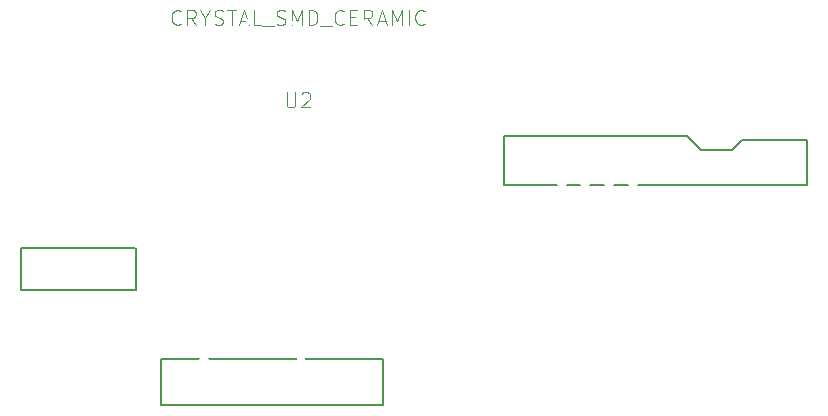
<source format=gbo>
G04 #@! TF.FileFunction,Legend,Bot*
%FSLAX46Y46*%
G04 Gerber Fmt 4.6, Leading zero omitted, Abs format (unit mm)*
G04 Created by KiCad (PCBNEW 4.0.2+e4-6225~38~ubuntu14.04.1-stable) date Do 30 Jun 2016 13:04:45 CEST*
%MOMM*%
G01*
G04 APERTURE LIST*
%ADD10C,0.150000*%
%ADD11C,0.200000*%
%ADD12C,0.088900*%
%ADD13O,1.506220X3.014980*%
%ADD14R,1.727200X1.727200*%
%ADD15O,1.727200X1.727200*%
%ADD16R,1.050000X1.050000*%
%ADD17C,1.050000*%
%ADD18C,6.000000*%
%ADD19C,0.889000*%
%ADD20C,0.600000*%
%ADD21C,2.000000*%
G04 APERTURE END LIST*
D10*
D11*
X44395200Y-39269200D02*
X44395200Y-40132800D01*
X59889200Y-39269200D02*
X44395200Y-39269200D01*
X61057600Y-40437600D02*
X59889200Y-39269200D01*
X61870400Y-40437600D02*
X61057600Y-40437600D01*
X63648400Y-40437600D02*
X61921200Y-40437600D01*
X64512000Y-39574000D02*
X63648400Y-40437600D01*
X69998400Y-39574000D02*
X64512000Y-39574000D01*
X69998400Y-43384000D02*
X69998400Y-39574000D01*
X44395200Y-43384000D02*
X69998400Y-43384000D01*
X44395200Y-39472400D02*
X44395200Y-43384000D01*
X3450400Y-52324800D02*
X3450400Y-52020000D01*
X13204000Y-52324800D02*
X3450400Y-52324800D01*
X13204000Y-48718000D02*
X13204000Y-52324800D01*
X15286800Y-58166800D02*
X15286800Y-58674800D01*
X34082800Y-58166800D02*
X15286800Y-58166800D01*
X34082800Y-62027600D02*
X34082800Y-58166800D01*
X15286800Y-62027600D02*
X34082800Y-62027600D01*
X15286800Y-61672000D02*
X15286800Y-62027600D01*
X15286800Y-58420800D02*
X15286800Y-61672000D01*
X3450400Y-48718000D02*
X3450400Y-52223200D01*
X13153200Y-48718000D02*
X3450400Y-48718000D01*
D12*
X25952381Y-35576524D02*
X25952381Y-36604619D01*
X26012857Y-36725571D01*
X26073333Y-36786048D01*
X26194286Y-36846524D01*
X26436190Y-36846524D01*
X26557143Y-36786048D01*
X26617619Y-36725571D01*
X26678095Y-36604619D01*
X26678095Y-35576524D01*
X27222381Y-35697476D02*
X27282857Y-35637000D01*
X27403809Y-35576524D01*
X27706190Y-35576524D01*
X27827143Y-35637000D01*
X27887619Y-35697476D01*
X27948095Y-35818429D01*
X27948095Y-35939381D01*
X27887619Y-36120810D01*
X27161905Y-36846524D01*
X27948095Y-36846524D01*
X17001905Y-29740571D02*
X16941429Y-29801048D01*
X16760000Y-29861524D01*
X16639048Y-29861524D01*
X16457620Y-29801048D01*
X16336667Y-29680095D01*
X16276191Y-29559143D01*
X16215715Y-29317238D01*
X16215715Y-29135810D01*
X16276191Y-28893905D01*
X16336667Y-28772952D01*
X16457620Y-28652000D01*
X16639048Y-28591524D01*
X16760000Y-28591524D01*
X16941429Y-28652000D01*
X17001905Y-28712476D01*
X18271905Y-29861524D02*
X17848572Y-29256762D01*
X17546191Y-29861524D02*
X17546191Y-28591524D01*
X18030000Y-28591524D01*
X18150953Y-28652000D01*
X18211429Y-28712476D01*
X18271905Y-28833429D01*
X18271905Y-29014857D01*
X18211429Y-29135810D01*
X18150953Y-29196286D01*
X18030000Y-29256762D01*
X17546191Y-29256762D01*
X19058096Y-29256762D02*
X19058096Y-29861524D01*
X18634762Y-28591524D02*
X19058096Y-29256762D01*
X19481429Y-28591524D01*
X19844286Y-29801048D02*
X20025714Y-29861524D01*
X20328095Y-29861524D01*
X20449048Y-29801048D01*
X20509524Y-29740571D01*
X20570000Y-29619619D01*
X20570000Y-29498667D01*
X20509524Y-29377714D01*
X20449048Y-29317238D01*
X20328095Y-29256762D01*
X20086191Y-29196286D01*
X19965238Y-29135810D01*
X19904762Y-29075333D01*
X19844286Y-28954381D01*
X19844286Y-28833429D01*
X19904762Y-28712476D01*
X19965238Y-28652000D01*
X20086191Y-28591524D01*
X20388571Y-28591524D01*
X20570000Y-28652000D01*
X20932857Y-28591524D02*
X21658572Y-28591524D01*
X21295715Y-29861524D02*
X21295715Y-28591524D01*
X22021429Y-29498667D02*
X22626191Y-29498667D01*
X21900476Y-29861524D02*
X22323810Y-28591524D01*
X22747143Y-29861524D01*
X23775238Y-29861524D02*
X23170476Y-29861524D01*
X23170476Y-28591524D01*
X23896190Y-29982476D02*
X24863809Y-29982476D01*
X25105714Y-29801048D02*
X25287142Y-29861524D01*
X25589523Y-29861524D01*
X25710476Y-29801048D01*
X25770952Y-29740571D01*
X25831428Y-29619619D01*
X25831428Y-29498667D01*
X25770952Y-29377714D01*
X25710476Y-29317238D01*
X25589523Y-29256762D01*
X25347619Y-29196286D01*
X25226666Y-29135810D01*
X25166190Y-29075333D01*
X25105714Y-28954381D01*
X25105714Y-28833429D01*
X25166190Y-28712476D01*
X25226666Y-28652000D01*
X25347619Y-28591524D01*
X25649999Y-28591524D01*
X25831428Y-28652000D01*
X26375714Y-29861524D02*
X26375714Y-28591524D01*
X26799047Y-29498667D01*
X27222381Y-28591524D01*
X27222381Y-29861524D01*
X27827143Y-29861524D02*
X27827143Y-28591524D01*
X28129524Y-28591524D01*
X28310952Y-28652000D01*
X28431905Y-28772952D01*
X28492381Y-28893905D01*
X28552857Y-29135810D01*
X28552857Y-29317238D01*
X28492381Y-29559143D01*
X28431905Y-29680095D01*
X28310952Y-29801048D01*
X28129524Y-29861524D01*
X27827143Y-29861524D01*
X28794762Y-29982476D02*
X29762381Y-29982476D01*
X30790476Y-29740571D02*
X30730000Y-29801048D01*
X30548571Y-29861524D01*
X30427619Y-29861524D01*
X30246191Y-29801048D01*
X30125238Y-29680095D01*
X30064762Y-29559143D01*
X30004286Y-29317238D01*
X30004286Y-29135810D01*
X30064762Y-28893905D01*
X30125238Y-28772952D01*
X30246191Y-28652000D01*
X30427619Y-28591524D01*
X30548571Y-28591524D01*
X30730000Y-28652000D01*
X30790476Y-28712476D01*
X31334762Y-29196286D02*
X31758095Y-29196286D01*
X31939524Y-29861524D02*
X31334762Y-29861524D01*
X31334762Y-28591524D01*
X31939524Y-28591524D01*
X33209524Y-29861524D02*
X32786191Y-29256762D01*
X32483810Y-29861524D02*
X32483810Y-28591524D01*
X32967619Y-28591524D01*
X33088572Y-28652000D01*
X33149048Y-28712476D01*
X33209524Y-28833429D01*
X33209524Y-29014857D01*
X33149048Y-29135810D01*
X33088572Y-29196286D01*
X32967619Y-29256762D01*
X32483810Y-29256762D01*
X33693334Y-29498667D02*
X34298096Y-29498667D01*
X33572381Y-29861524D02*
X33995715Y-28591524D01*
X34419048Y-29861524D01*
X34842381Y-29861524D02*
X34842381Y-28591524D01*
X35265714Y-29498667D01*
X35689048Y-28591524D01*
X35689048Y-29861524D01*
X36293810Y-29861524D02*
X36293810Y-28591524D01*
X37624286Y-29740571D02*
X37563810Y-29801048D01*
X37382381Y-29861524D01*
X37261429Y-29861524D01*
X37080001Y-29801048D01*
X36959048Y-29680095D01*
X36898572Y-29559143D01*
X36838096Y-29317238D01*
X36838096Y-29135810D01*
X36898572Y-28893905D01*
X36959048Y-28772952D01*
X37080001Y-28652000D01*
X37261429Y-28591524D01*
X37382381Y-28591524D01*
X37563810Y-28652000D01*
X37624286Y-28712476D01*
%LPC*%
D13*
X4695000Y-72340000D03*
X7235000Y-72340000D03*
X9775000Y-72340000D03*
X12315000Y-72340000D03*
X27555000Y-72340000D03*
X25015000Y-72340000D03*
X22475000Y-72340000D03*
X19935000Y-72340000D03*
X17395000Y-72340000D03*
X14855000Y-72340000D03*
D14*
X55749000Y-91009000D03*
D15*
X55749000Y-93549000D03*
X53209000Y-91009000D03*
X53209000Y-93549000D03*
X50669000Y-91009000D03*
X50669000Y-93549000D03*
X48129000Y-91009000D03*
X48129000Y-93549000D03*
X45589000Y-91009000D03*
X45589000Y-93549000D03*
X43049000Y-91009000D03*
X43049000Y-93549000D03*
X40509000Y-91009000D03*
X40509000Y-93549000D03*
X37969000Y-91009000D03*
X37969000Y-93549000D03*
X35429000Y-91009000D03*
X35429000Y-93549000D03*
X32889000Y-91009000D03*
X32889000Y-93549000D03*
D16*
X41200000Y-44049720D03*
D17*
X41200000Y-42779720D03*
X41200000Y-41509720D03*
X41200000Y-40239720D03*
X41200000Y-38969720D03*
X39930000Y-42779720D03*
X39930000Y-41509720D03*
X39930000Y-40239720D03*
X39930000Y-38969720D03*
X39930000Y-44049720D03*
D13*
X19757200Y-6909600D03*
X17217200Y-6909600D03*
X14677200Y-6909600D03*
X12137200Y-6909600D03*
X42160000Y-6935000D03*
X39620000Y-6935000D03*
X37080000Y-6935000D03*
X33905000Y-6935000D03*
X31365000Y-6935000D03*
X28825000Y-6935000D03*
X4695000Y-86310000D03*
X7235000Y-86310000D03*
X9775000Y-86310000D03*
X12315000Y-86310000D03*
X27555000Y-86310000D03*
X25015000Y-86310000D03*
X22475000Y-86310000D03*
X19935000Y-86310000D03*
X17395000Y-86310000D03*
X14855000Y-86310000D03*
X25650000Y-6935000D03*
X23110000Y-6935000D03*
X62480000Y-77420000D03*
X65020000Y-77420000D03*
X67560000Y-77420000D03*
X70100000Y-77420000D03*
X85340000Y-77420000D03*
X82800000Y-77420000D03*
X80260000Y-77420000D03*
X77720000Y-77420000D03*
X75180000Y-77420000D03*
X72640000Y-77420000D03*
X68830000Y-16460000D03*
X71370000Y-16460000D03*
X73910000Y-16460000D03*
X76450000Y-16460000D03*
X91690000Y-16460000D03*
X89150000Y-16460000D03*
X86610000Y-16460000D03*
X84070000Y-16460000D03*
X81530000Y-16460000D03*
X78990000Y-16460000D03*
X62480000Y-91390000D03*
X65020000Y-91390000D03*
X67560000Y-91390000D03*
X70100000Y-91390000D03*
X85340000Y-91390000D03*
X82800000Y-91390000D03*
X80260000Y-91390000D03*
X77720000Y-91390000D03*
X75180000Y-91390000D03*
X72640000Y-91390000D03*
X68830000Y-25350000D03*
X71370000Y-25350000D03*
X73910000Y-25350000D03*
X76450000Y-25350000D03*
X91690000Y-25350000D03*
X89150000Y-25350000D03*
X86610000Y-25350000D03*
X84070000Y-25350000D03*
X81530000Y-25350000D03*
X78990000Y-25350000D03*
X58035000Y-6935000D03*
X55495000Y-6935000D03*
X52955000Y-6935000D03*
X50415000Y-6935000D03*
X47875000Y-6935000D03*
X45335000Y-6935000D03*
X73275000Y-6935000D03*
X70735000Y-6935000D03*
X68195000Y-6935000D03*
X65655000Y-6935000D03*
X63115000Y-6935000D03*
X60575000Y-6935000D03*
D18*
X93250000Y-93750000D03*
X6250000Y-6250000D03*
X93250000Y-6250000D03*
X6250000Y-93750000D03*
D19*
X37334000Y-33986000D03*
X46478000Y-21794000D03*
X36826000Y-21286000D03*
X35810000Y-61926000D03*
X42750000Y-79749720D03*
X38250000Y-79749720D03*
X38750000Y-84749720D03*
X45750000Y-85749720D03*
X49250000Y-85749720D03*
X49250000Y-80249720D03*
X45750000Y-75749720D03*
X42750000Y-75749720D03*
X42750000Y-73749720D03*
X45750000Y-73749720D03*
X45750000Y-71749720D03*
X42750000Y-71749720D03*
X42750000Y-69749720D03*
X45750000Y-69749720D03*
X45750000Y-67749720D03*
X42750000Y-67749720D03*
X26250000Y-97249720D03*
X57200000Y-87249720D03*
X69350000Y-12049720D03*
X88050000Y-21049720D03*
X43750000Y-38249720D03*
X4250000Y-32249720D03*
X2750000Y-32249720D03*
X46000000Y-48149720D03*
X34050000Y-36999720D03*
X37080000Y-45080720D03*
X36445000Y-42286720D03*
X1250000Y-32249720D03*
X51250000Y-40249720D03*
X49250000Y-40249720D03*
X49250000Y-41749720D03*
X51250000Y-41749720D03*
X50750000Y-44749720D03*
X49250000Y-43249720D03*
X51250000Y-43249720D03*
X55750000Y-44749720D03*
X55250000Y-43249720D03*
X53250000Y-43249720D03*
X84750000Y-59249720D03*
X82750000Y-59249720D03*
X80250000Y-59249720D03*
X78250000Y-59249720D03*
X76250000Y-59249720D03*
X74250000Y-59249720D03*
X72250000Y-59249720D03*
X70250000Y-59249720D03*
X68250000Y-59249720D03*
X66250000Y-59249720D03*
X64250000Y-59249720D03*
X62250000Y-59249720D03*
X60250000Y-59249720D03*
X58250000Y-59249720D03*
X56250000Y-59249720D03*
X54750000Y-58249720D03*
X57750000Y-75749720D03*
X59250000Y-68249720D03*
X60750000Y-62749720D03*
X89250000Y-72249720D03*
X87750000Y-72249720D03*
X86250000Y-72249720D03*
X88388000Y-63323000D03*
X88388000Y-62053000D03*
X88388000Y-60656000D03*
X88261000Y-50750000D03*
X88261000Y-48972000D03*
X88261000Y-47194000D03*
X88261000Y-45670000D03*
X89150000Y-30938000D03*
X87880000Y-30938000D03*
X87880000Y-29414000D03*
X89150000Y-29414000D03*
X84750000Y-72249720D03*
X32571500Y-56193220D03*
X51431000Y-58923720D03*
X49907000Y-60955720D03*
X46668500Y-66861220D03*
X43684000Y-63495720D03*
X37143500Y-63178220D03*
X41715500Y-60066720D03*
X38477000Y-61019220D03*
X70700000Y-65549720D03*
X30550000Y-51249720D03*
X29650000Y-86449720D03*
X31301500Y-83198500D03*
X20450000Y-43249720D03*
X22475000Y-67940720D03*
X19250000Y-41049720D03*
X28250000Y-67849720D03*
X8050000Y-40649720D03*
X13966000Y-33650720D03*
X7108000Y-61717720D03*
X7362000Y-59939720D03*
X5584000Y-77719720D03*
X18919000Y-58288720D03*
D20*
X20062000Y-45543000D03*
X18665000Y-30094720D03*
X42160000Y-27935720D03*
D19*
X33397000Y-24125720D03*
X31873000Y-24125720D03*
D20*
X67650000Y-31849720D03*
X67650000Y-33049720D03*
X25650000Y-41149720D03*
D19*
X18250000Y-10749720D03*
X18250000Y-12249720D03*
X18250000Y-13749720D03*
X19750000Y-13749720D03*
X19750000Y-12249720D03*
X19750000Y-10749720D03*
X10250000Y-14249720D03*
X8750000Y-14249720D03*
X7250000Y-14249720D03*
X5750000Y-14249720D03*
X12250000Y-17249720D03*
X12250000Y-18749720D03*
X16250000Y-20749720D03*
X12250000Y-20749720D03*
X31428500Y-13285000D03*
X27491500Y-76975500D03*
X37080000Y-27826500D03*
X50034000Y-18174500D03*
X49145000Y-21540000D03*
X73021000Y-44463500D03*
X82482500Y-44590500D03*
X82419000Y-43384000D03*
X84387500Y-42431500D03*
X85086000Y-43320500D03*
X85086000Y-44908000D03*
X85086000Y-46114500D03*
X84959000Y-47321000D03*
X66607500Y-44527000D03*
X65147000Y-44019000D03*
X66036000Y-42304500D03*
X71370000Y-44781000D03*
X71179500Y-43384000D03*
X26666000Y-56465000D03*
X27174000Y-57862000D03*
X71370000Y-46178000D03*
X67814000Y-47194000D03*
X67814000Y-46178000D03*
X29206000Y-43130000D03*
X33524000Y-42540720D03*
X80895000Y-83770000D03*
X85213000Y-33224000D03*
X80895000Y-85040000D03*
X82673000Y-31192000D03*
X80895000Y-86564000D03*
X79879000Y-29668000D03*
X77593000Y-33478000D03*
X68703000Y-82500000D03*
X75307000Y-32462000D03*
X68703000Y-83770000D03*
X78863000Y-70181000D03*
X59432000Y-35510000D03*
X78863000Y-71832000D03*
X57527000Y-34494000D03*
X78990000Y-67514000D03*
X67433000Y-36399000D03*
X78863000Y-68911000D03*
X65401000Y-36272000D03*
X68322000Y-68784000D03*
X61337000Y-38558000D03*
X68322000Y-67514000D03*
X63369000Y-39193000D03*
X68322000Y-71578000D03*
X53717000Y-34875000D03*
X68322000Y-70181000D03*
X55749000Y-38050000D03*
D20*
X34050000Y-33949720D03*
X34050000Y-31949720D03*
X30550000Y-35349720D03*
X28190000Y-35256000D03*
X28150000Y-35249720D03*
X21150000Y-30549720D03*
X21150000Y-32549720D03*
X21350000Y-34849720D03*
X22750000Y-29649720D03*
X27850000Y-38049720D03*
X25777000Y-35256000D03*
X25950000Y-37449720D03*
X26250000Y-29668000D03*
X29550000Y-29649720D03*
X32450000Y-29668000D03*
X33650000Y-30249720D03*
X33350000Y-35249720D03*
D19*
X69973000Y-30430000D03*
X68703000Y-86310000D03*
X72767000Y-31446000D03*
X68703000Y-85040000D03*
D21*
X17331500Y-60130220D03*
X32063500Y-60130220D03*
D20*
X31500000Y-39999720D03*
X30500000Y-38999720D03*
D21*
X5250000Y-50449720D03*
X11450000Y-50449720D03*
X68068000Y-41288500D03*
X46795500Y-41270720D03*
M02*

</source>
